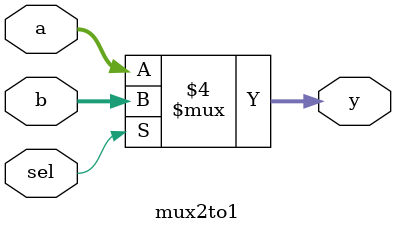
<source format=v>
module mux2to1 (
    input wire [3:0]a,
    input wire [3:0]b,
    input wire sel,
    output reg [3:0]y
    );
    always @(sel or a or b) begin
        if (!sel) y=a;
        else y=b;
    end
endmodule
</source>
